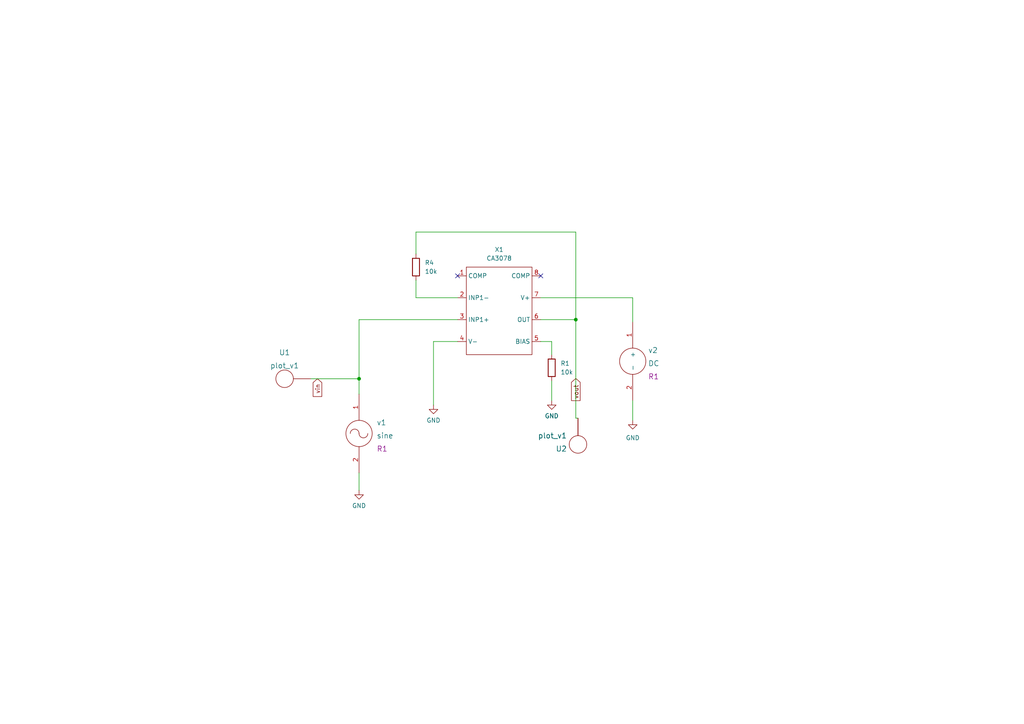
<source format=kicad_sch>
(kicad_sch (version 20211123) (generator eeschema)

  (uuid a2469f48-09f9-4a79-a4e8-8c23066a70e4)

  (paper "A4")

  (lib_symbols
    (symbol "eSim_Devices:resistor" (pin_numbers hide) (pin_names (offset 0)) (in_bom yes) (on_board yes)
      (property "Reference" "R" (id 0) (at 1.27 3.302 0)
        (effects (font (size 1.27 1.27)))
      )
      (property "Value" "resistor" (id 1) (at 1.27 -1.27 0)
        (effects (font (size 1.27 1.27)))
      )
      (property "Footprint" "" (id 2) (at 1.27 -0.508 0)
        (effects (font (size 0.762 0.762)))
      )
      (property "Datasheet" "" (id 3) (at 1.27 1.27 90)
        (effects (font (size 0.762 0.762)))
      )
      (property "ki_fp_filters" "R_* Resistor_*" (id 4) (at 0 0 0)
        (effects (font (size 1.27 1.27)) hide)
      )
      (symbol "resistor_0_1"
        (rectangle (start 3.81 0.254) (end -1.27 2.286)
          (stroke (width 0.254) (type default) (color 0 0 0 0))
          (fill (type none))
        )
      )
      (symbol "resistor_1_1"
        (pin passive line (at -2.54 1.27 0) (length 1.27)
          (name "~" (effects (font (size 1.524 1.524))))
          (number "1" (effects (font (size 1.524 1.524))))
        )
        (pin passive line (at 5.08 1.27 180) (length 1.27)
          (name "~" (effects (font (size 1.524 1.524))))
          (number "2" (effects (font (size 1.524 1.524))))
        )
      )
    )
    (symbol "eSim_Plot:plot_v1" (pin_names (offset 1.016)) (in_bom yes) (on_board yes)
      (property "Reference" "U" (id 0) (at 0 12.7 0)
        (effects (font (size 1.524 1.524)))
      )
      (property "Value" "plot_v1" (id 1) (at 5.08 8.89 0)
        (effects (font (size 1.524 1.524)))
      )
      (property "Footprint" "" (id 2) (at 0 0 0)
        (effects (font (size 1.524 1.524)))
      )
      (property "Datasheet" "" (id 3) (at 0 0 0)
        (effects (font (size 1.524 1.524)))
      )
      (symbol "plot_v1_0_1"
        (circle (center 0 12.7) (radius 2.54)
          (stroke (width 0) (type default) (color 0 0 0 0))
          (fill (type none))
        )
      )
      (symbol "plot_v1_1_1"
        (pin input line (at 0 5.08 90) (length 5.08)
          (name "~" (effects (font (size 1.27 1.27))))
          (number "~" (effects (font (size 1.27 1.27))))
        )
      )
    )
    (symbol "eSim_Power:eSim_GND" (power) (pin_names (offset 0)) (in_bom yes) (on_board yes)
      (property "Reference" "#PWR" (id 0) (at 0 -6.35 0)
        (effects (font (size 1.27 1.27)) hide)
      )
      (property "Value" "eSim_GND" (id 1) (at 0 -3.81 0)
        (effects (font (size 1.27 1.27)))
      )
      (property "Footprint" "" (id 2) (at 0 0 0)
        (effects (font (size 1.27 1.27)) hide)
      )
      (property "Datasheet" "" (id 3) (at 0 0 0)
        (effects (font (size 1.27 1.27)) hide)
      )
      (symbol "eSim_GND_0_1"
        (polyline
          (pts
            (xy 0 0)
            (xy 0 -1.27)
            (xy 1.27 -1.27)
            (xy 0 -2.54)
            (xy -1.27 -1.27)
            (xy 0 -1.27)
          )
          (stroke (width 0) (type default) (color 0 0 0 0))
          (fill (type none))
        )
      )
      (symbol "eSim_GND_1_1"
        (pin power_in line (at 0 0 270) (length 0) hide
          (name "GND" (effects (font (size 1.27 1.27))))
          (number "1" (effects (font (size 1.27 1.27))))
        )
      )
    )
    (symbol "eSim_Sources:DC" (pin_names (offset 1.016)) (in_bom yes) (on_board yes)
      (property "Reference" "v" (id 0) (at -5.08 2.54 0)
        (effects (font (size 1.524 1.524)))
      )
      (property "Value" "DC" (id 1) (at -5.08 -1.27 0)
        (effects (font (size 1.524 1.524)))
      )
      (property "Footprint" "R1" (id 2) (at -7.62 0 0)
        (effects (font (size 1.524 1.524)))
      )
      (property "Datasheet" "" (id 3) (at 0 0 0)
        (effects (font (size 1.524 1.524)))
      )
      (property "ki_fp_filters" "1_pin" (id 4) (at 0 0 0)
        (effects (font (size 1.27 1.27)) hide)
      )
      (symbol "DC_0_1"
        (circle (center 0 0) (radius 3.81)
          (stroke (width 0) (type default) (color 0 0 0 0))
          (fill (type none))
        )
      )
      (symbol "DC_1_1"
        (pin power_out line (at 0 11.43 270) (length 7.62)
          (name "+" (effects (font (size 1.27 1.27))))
          (number "1" (effects (font (size 1.27 1.27))))
        )
        (pin power_out line (at 0 -11.43 90) (length 7.62)
          (name "-" (effects (font (size 1.27 1.27))))
          (number "2" (effects (font (size 1.27 1.27))))
        )
      )
    )
    (symbol "eSim_Sources:sine" (pin_names (offset 1.016)) (in_bom yes) (on_board yes)
      (property "Reference" "v" (id 0) (at -5.08 2.54 0)
        (effects (font (size 1.524 1.524)))
      )
      (property "Value" "sine" (id 1) (at -5.08 -1.27 0)
        (effects (font (size 1.524 1.524)))
      )
      (property "Footprint" "R1" (id 2) (at -7.62 0 0)
        (effects (font (size 1.524 1.524)))
      )
      (property "Datasheet" "" (id 3) (at 0 0 0)
        (effects (font (size 1.524 1.524)))
      )
      (property "ki_fp_filters" "1_pin" (id 4) (at 0 0 0)
        (effects (font (size 1.27 1.27)) hide)
      )
      (symbol "sine_0_1"
        (arc (start 0 0) (mid -1.27 1.27) (end -2.54 0)
          (stroke (width 0) (type default) (color 0 0 0 0))
          (fill (type none))
        )
        (arc (start 0 0) (mid 1.27 -1.27) (end 2.54 0)
          (stroke (width 0) (type default) (color 0 0 0 0))
          (fill (type none))
        )
        (circle (center 0 0) (radius 3.81)
          (stroke (width 0) (type default) (color 0 0 0 0))
          (fill (type none))
        )
      )
      (symbol "sine_1_1"
        (pin input line (at 0 11.43 270) (length 7.62)
          (name "+" (effects (font (size 0 0))))
          (number "1" (effects (font (size 1.27 1.27))))
        )
        (pin input line (at 0 -11.43 90) (length 7.62)
          (name "-" (effects (font (size 0 0))))
          (number "2" (effects (font (size 1.27 1.27))))
        )
      )
    )
    (symbol "eSim_Subckt:CA3078" (in_bom yes) (on_board yes)
      (property "Reference" "X" (id 0) (at 0 -3.175 0)
        (effects (font (size 1.27 1.27)))
      )
      (property "Value" "CA3078" (id 1) (at 0 0 0)
        (effects (font (size 1.27 1.27)))
      )
      (property "Footprint" "" (id 2) (at 0 0 0)
        (effects (font (size 1.27 1.27)) hide)
      )
      (property "Datasheet" "" (id 3) (at 0 0 0)
        (effects (font (size 1.27 1.27)) hide)
      )
      (symbol "CA3078_0_1"
        (rectangle (start -9.525 5.715) (end 9.525 -19.685)
          (stroke (width 0) (type default) (color 0 0 0 0))
          (fill (type none))
        )
      )
      (symbol "CA3078_1_1"
        (pin passive line (at -12.065 3.175 0) (length 2.54)
          (name "COMP" (effects (font (size 1.27 1.27))))
          (number "1" (effects (font (size 1.27 1.27))))
        )
        (pin passive line (at -12.065 -3.175 0) (length 2.54)
          (name "INP1-" (effects (font (size 1.27 1.27))))
          (number "2" (effects (font (size 1.27 1.27))))
        )
        (pin passive line (at -12.065 -9.525 0) (length 2.54)
          (name "INP1+" (effects (font (size 1.27 1.27))))
          (number "3" (effects (font (size 1.27 1.27))))
        )
        (pin power_in line (at -12.065 -15.875 0) (length 2.54)
          (name "V-" (effects (font (size 1.27 1.27))))
          (number "4" (effects (font (size 1.27 1.27))))
        )
        (pin passive line (at 12.065 -15.875 180) (length 2.54)
          (name "BIAS" (effects (font (size 1.27 1.27))))
          (number "5" (effects (font (size 1.27 1.27))))
        )
        (pin passive line (at 12.065 -9.525 180) (length 2.54)
          (name "OUT" (effects (font (size 1.27 1.27))))
          (number "6" (effects (font (size 1.27 1.27))))
        )
        (pin power_in line (at 12.065 -3.175 180) (length 2.54)
          (name "V+" (effects (font (size 1.27 1.27))))
          (number "7" (effects (font (size 1.27 1.27))))
        )
        (pin passive line (at 12.065 3.175 180) (length 2.54)
          (name "COMP" (effects (font (size 1.27 1.27))))
          (number "8" (effects (font (size 1.27 1.27))))
        )
      )
    )
  )

  (junction (at 104.14 109.855) (diameter 0) (color 0 0 0 0)
    (uuid 1581fd03-4954-491f-8c23-9b0cf603285b)
  )
  (junction (at 167.005 92.71) (diameter 0) (color 0 0 0 0)
    (uuid 5f48c932-8dbb-4d65-8e1c-97d866aafe2d)
  )

  (no_connect (at 132.715 80.01) (uuid 57ab2d06-7a35-4e97-9075-509d07aa6a0d))
  (no_connect (at 156.845 80.01) (uuid e23f02c2-d79c-4b28-8fe5-a37539425272))

  (wire (pts (xy 120.65 67.31) (xy 120.65 73.66))
    (stroke (width 0) (type default) (color 0 0 0 0))
    (uuid 032dcf9f-ab2b-4d50-8a7f-d4400b31a4c6)
  )
  (wire (pts (xy 183.515 86.36) (xy 183.515 93.345))
    (stroke (width 0) (type default) (color 0 0 0 0))
    (uuid 0cc4e131-a23a-4232-8bce-40ec0c5d1c86)
  )
  (wire (pts (xy 104.14 109.855) (xy 104.14 114.3))
    (stroke (width 0) (type default) (color 0 0 0 0))
    (uuid 376aeec1-fe46-4ec2-a7c2-5048edc5e597)
  )
  (wire (pts (xy 125.73 99.06) (xy 125.73 117.475))
    (stroke (width 0) (type default) (color 0 0 0 0))
    (uuid 38fed5ae-f6cd-4055-8b42-7e7dabb8e701)
  )
  (wire (pts (xy 167.005 121.285) (xy 167.64 121.285))
    (stroke (width 0) (type default) (color 0 0 0 0))
    (uuid 4935a39c-1e3b-4a4d-91dc-e254751262fc)
  )
  (wire (pts (xy 90.17 109.855) (xy 104.14 109.855))
    (stroke (width 0) (type default) (color 0 0 0 0))
    (uuid 4e389dc4-80c4-4374-a54f-c6b1455ab7d7)
  )
  (wire (pts (xy 104.14 92.71) (xy 132.715 92.71))
    (stroke (width 0) (type default) (color 0 0 0 0))
    (uuid 53ed5637-ae4e-4398-a466-8c5395ed7fe6)
  )
  (wire (pts (xy 167.005 92.71) (xy 156.845 92.71))
    (stroke (width 0) (type default) (color 0 0 0 0))
    (uuid 5fe7c3d2-f791-4e55-92fb-fe5ffa83e5af)
  )
  (wire (pts (xy 160.02 99.06) (xy 156.845 99.06))
    (stroke (width 0) (type default) (color 0 0 0 0))
    (uuid 665342c7-6f87-4d08-9619-04f7e6948a9b)
  )
  (wire (pts (xy 160.02 110.49) (xy 160.02 116.205))
    (stroke (width 0) (type default) (color 0 0 0 0))
    (uuid 75aec56d-2827-4d03-be47-02416cdc447d)
  )
  (wire (pts (xy 156.845 86.36) (xy 183.515 86.36))
    (stroke (width 0) (type default) (color 0 0 0 0))
    (uuid 7967df37-e09a-4218-85a2-b3e20bcb3f39)
  )
  (wire (pts (xy 120.65 81.28) (xy 120.65 86.36))
    (stroke (width 0) (type default) (color 0 0 0 0))
    (uuid 8fdae9cf-2e82-4b35-9ee4-49cd4da50c62)
  )
  (wire (pts (xy 120.65 86.36) (xy 132.715 86.36))
    (stroke (width 0) (type default) (color 0 0 0 0))
    (uuid 96b8a407-c414-4515-ad0a-00ad18340b5c)
  )
  (wire (pts (xy 167.005 92.71) (xy 167.005 121.285))
    (stroke (width 0) (type default) (color 0 0 0 0))
    (uuid 9b25b3a8-26f0-4c0b-bdde-d9d9a5bd20e8)
  )
  (wire (pts (xy 120.65 67.31) (xy 167.005 67.31))
    (stroke (width 0) (type default) (color 0 0 0 0))
    (uuid 9fed4e86-f4f8-4d34-95ca-cfc45f747bfc)
  )
  (wire (pts (xy 160.02 102.87) (xy 160.02 99.06))
    (stroke (width 0) (type default) (color 0 0 0 0))
    (uuid a3052170-422c-4c45-bb95-52be31e81773)
  )
  (wire (pts (xy 125.73 99.06) (xy 132.715 99.06))
    (stroke (width 0) (type default) (color 0 0 0 0))
    (uuid b8fccf00-0070-4b8e-961f-fcad545c19a2)
  )
  (wire (pts (xy 104.14 92.71) (xy 104.14 109.855))
    (stroke (width 0) (type default) (color 0 0 0 0))
    (uuid d466f133-2805-4ffb-8009-4dc345e2f6b6)
  )
  (wire (pts (xy 167.005 67.31) (xy 167.005 92.71))
    (stroke (width 0) (type default) (color 0 0 0 0))
    (uuid d7c1a625-5d17-4086-a721-cfb7f780a775)
  )
  (wire (pts (xy 183.515 116.205) (xy 183.515 121.92))
    (stroke (width 0) (type default) (color 0 0 0 0))
    (uuid db398355-fd8c-40f9-9b6e-e22c59ee9543)
  )
  (wire (pts (xy 104.14 137.16) (xy 104.14 142.24))
    (stroke (width 0) (type default) (color 0 0 0 0))
    (uuid f71d18ae-639a-470e-8687-1a47c2c67a4c)
  )

  (global_label "vout" (shape output) (at 167.005 116.205 90) (fields_autoplaced)
    (effects (font (size 1.27 1.27)) (justify left))
    (uuid 7a1de8f9-e926-4cf4-9f4c-6d4cc0649ff8)
    (property "Intersheet References" "${INTERSHEET_REFS}" (id 0) (at 167.0844 109.8005 90)
      (effects (font (size 1.27 1.27)) (justify left) hide)
    )
  )
  (global_label "vin" (shape input) (at 92.075 109.855 270) (fields_autoplaced)
    (effects (font (size 1.27 1.27)) (justify right))
    (uuid f0e526bb-57e9-4a64-b3b9-f253c0e7328f)
    (property "Intersheet References" "${INTERSHEET_REFS}" (id 0) (at 92.1544 114.9895 90)
      (effects (font (size 1.27 1.27)) (justify right) hide)
    )
  )

  (symbol (lib_id "eSim_Plot:plot_v1") (at 95.25 109.855 90) (unit 1)
    (in_bom yes) (on_board yes) (fields_autoplaced)
    (uuid 32030b99-5fe7-4ffa-bcea-0b751eb04c8f)
    (property "Reference" "U1" (id 0) (at 82.55 102.235 90)
      (effects (font (size 1.524 1.524)))
    )
    (property "Value" "plot_v1" (id 1) (at 82.55 106.045 90)
      (effects (font (size 1.524 1.524)))
    )
    (property "Footprint" "" (id 2) (at 95.25 109.855 0)
      (effects (font (size 1.524 1.524)))
    )
    (property "Datasheet" "" (id 3) (at 95.25 109.855 0)
      (effects (font (size 1.524 1.524)))
    )
    (pin "~" (uuid 00a92b28-cf00-461d-9c03-c0c09734a99e))
  )

  (symbol (lib_id "eSim_Sources:sine") (at 104.14 125.73 0) (unit 1)
    (in_bom yes) (on_board yes) (fields_autoplaced)
    (uuid 33efefab-a96e-424c-807e-d8129077a5a7)
    (property "Reference" "v1" (id 0) (at 109.22 122.555 0)
      (effects (font (size 1.524 1.524)) (justify left))
    )
    (property "Value" "sine" (id 1) (at 109.22 126.365 0)
      (effects (font (size 1.524 1.524)) (justify left))
    )
    (property "Footprint" "R1" (id 2) (at 109.22 130.175 0)
      (effects (font (size 1.524 1.524)) (justify left))
    )
    (property "Datasheet" "" (id 3) (at 104.14 125.73 0)
      (effects (font (size 1.524 1.524)))
    )
    (property "Spice_Primitive" "V" (id 4) (at 104.14 125.73 0)
      (effects (font (size 1.27 1.27)) hide)
    )
    (property "Spice_Model" "sin(2.5 1 1k)" (id 5) (at 104.14 125.73 0)
      (effects (font (size 1.27 1.27)) hide)
    )
    (property "Spice_Netlist_Enabled" "Y" (id 6) (at 104.14 125.73 0)
      (effects (font (size 1.27 1.27)) hide)
    )
    (pin "1" (uuid c6cd6fe4-ee63-47a7-82c4-a985d69e99c6))
    (pin "2" (uuid c3dabc2f-14bf-4118-8e74-197455963cab))
  )

  (symbol (lib_id "eSim_Power:eSim_GND") (at 125.73 117.475 0) (unit 1)
    (in_bom yes) (on_board yes) (fields_autoplaced)
    (uuid 3d0d33a8-dfa4-4618-abc0-7372b572026a)
    (property "Reference" "#PWR02" (id 0) (at 125.73 123.825 0)
      (effects (font (size 1.27 1.27)) hide)
    )
    (property "Value" "eSim_GND" (id 1) (at 125.73 121.92 0))
    (property "Footprint" "" (id 2) (at 125.73 117.475 0)
      (effects (font (size 1.27 1.27)) hide)
    )
    (property "Datasheet" "" (id 3) (at 125.73 117.475 0)
      (effects (font (size 1.27 1.27)) hide)
    )
    (pin "1" (uuid dfdeb57f-bad6-4f44-b780-e6b661a0aba6))
  )

  (symbol (lib_id "eSim_Plot:plot_v1") (at 167.64 116.205 180) (unit 1)
    (in_bom yes) (on_board yes) (fields_autoplaced)
    (uuid 43a35930-168b-46c9-9d0f-3e5ad7d79282)
    (property "Reference" "U2" (id 0) (at 164.465 130.175 0)
      (effects (font (size 1.524 1.524)) (justify left))
    )
    (property "Value" "plot_v1" (id 1) (at 164.465 126.365 0)
      (effects (font (size 1.524 1.524)) (justify left))
    )
    (property "Footprint" "" (id 2) (at 167.64 116.205 0)
      (effects (font (size 1.524 1.524)))
    )
    (property "Datasheet" "" (id 3) (at 167.64 116.205 0)
      (effects (font (size 1.524 1.524)))
    )
    (pin "~" (uuid 14182721-d60e-40e5-b653-5213e140ca68))
  )

  (symbol (lib_id "eSim_Devices:resistor") (at 161.29 107.95 90) (unit 1)
    (in_bom yes) (on_board yes) (fields_autoplaced)
    (uuid 61db9e24-d9fc-4b59-85a5-e10b8744b114)
    (property "Reference" "R1" (id 0) (at 162.56 105.4099 90)
      (effects (font (size 1.27 1.27)) (justify right))
    )
    (property "Value" "10k" (id 1) (at 162.56 107.9499 90)
      (effects (font (size 1.27 1.27)) (justify right))
    )
    (property "Footprint" "" (id 2) (at 161.798 106.68 0)
      (effects (font (size 0.762 0.762)))
    )
    (property "Datasheet" "" (id 3) (at 160.02 106.68 90)
      (effects (font (size 0.762 0.762)))
    )
    (pin "1" (uuid 7509944e-2e12-4e9a-bd02-e506a5a1e833))
    (pin "2" (uuid 9069efff-6b6d-4017-b91f-abd0421f434f))
  )

  (symbol (lib_id "eSim_Power:eSim_GND") (at 160.02 116.205 0) (unit 1)
    (in_bom yes) (on_board yes) (fields_autoplaced)
    (uuid 68b59c61-a9ea-41ab-9413-606c10a54fb2)
    (property "Reference" "#PWR04" (id 0) (at 160.02 122.555 0)
      (effects (font (size 1.27 1.27)) hide)
    )
    (property "Value" "eSim_GND" (id 1) (at 160.02 120.65 0))
    (property "Footprint" "" (id 2) (at 160.02 116.205 0)
      (effects (font (size 1.27 1.27)) hide)
    )
    (property "Datasheet" "" (id 3) (at 160.02 116.205 0)
      (effects (font (size 1.27 1.27)) hide)
    )
    (pin "1" (uuid 5fefb31b-2c80-424c-8b56-298f431d6cd4))
  )

  (symbol (lib_id "eSim_Devices:resistor") (at 121.92 78.74 90) (unit 1)
    (in_bom yes) (on_board yes) (fields_autoplaced)
    (uuid 82d2c2b2-e102-45b9-acc8-e958793a3bc8)
    (property "Reference" "R4" (id 0) (at 123.19 76.1999 90)
      (effects (font (size 1.27 1.27)) (justify right))
    )
    (property "Value" "10k" (id 1) (at 123.19 78.7399 90)
      (effects (font (size 1.27 1.27)) (justify right))
    )
    (property "Footprint" "" (id 2) (at 122.428 77.47 0)
      (effects (font (size 0.762 0.762)))
    )
    (property "Datasheet" "" (id 3) (at 120.65 77.47 90)
      (effects (font (size 0.762 0.762)))
    )
    (pin "1" (uuid 2c8bb3ed-e93a-4f8f-98c0-4a67894a3334))
    (pin "2" (uuid 64695f8b-3418-400e-87c0-46bcb8de0a83))
  )

  (symbol (lib_id "eSim_Power:eSim_GND") (at 183.515 121.92 0) (unit 1)
    (in_bom yes) (on_board yes) (fields_autoplaced)
    (uuid 9bfe9e44-171e-4590-9740-abc2f92d117d)
    (property "Reference" "#PWR03" (id 0) (at 183.515 128.27 0)
      (effects (font (size 1.27 1.27)) hide)
    )
    (property "Value" "eSim_GND" (id 1) (at 183.515 127 0))
    (property "Footprint" "" (id 2) (at 183.515 121.92 0)
      (effects (font (size 1.27 1.27)) hide)
    )
    (property "Datasheet" "" (id 3) (at 183.515 121.92 0)
      (effects (font (size 1.27 1.27)) hide)
    )
    (pin "1" (uuid b7d814d4-ad52-4901-8968-65140f5edb87))
  )

  (symbol (lib_id "eSim_Sources:DC") (at 183.515 104.775 0) (unit 1)
    (in_bom yes) (on_board yes) (fields_autoplaced)
    (uuid d1dd0a1f-13c2-4d4d-bb36-9d2d05bfb119)
    (property "Reference" "v2" (id 0) (at 187.96 101.6 0)
      (effects (font (size 1.524 1.524)) (justify left))
    )
    (property "Value" "DC" (id 1) (at 187.96 105.41 0)
      (effects (font (size 1.524 1.524)) (justify left))
    )
    (property "Footprint" "R1" (id 2) (at 187.96 109.22 0)
      (effects (font (size 1.524 1.524)) (justify left))
    )
    (property "Datasheet" "" (id 3) (at 183.515 104.775 0)
      (effects (font (size 1.524 1.524)))
    )
    (pin "1" (uuid 55cf6363-6098-4f8a-aed7-313d86bff518))
    (pin "2" (uuid 913c82fc-45dc-435c-aa54-075bb9b859ab))
  )

  (symbol (lib_id "eSim_Subckt:CA3078") (at 144.78 83.185 0) (unit 1)
    (in_bom yes) (on_board yes) (fields_autoplaced)
    (uuid d61c08dc-402b-4523-8ada-f43e10577786)
    (property "Reference" "X1" (id 0) (at 144.78 72.39 0))
    (property "Value" "CA3078" (id 1) (at 144.78 74.93 0))
    (property "Footprint" "" (id 2) (at 144.78 83.185 0)
      (effects (font (size 1.27 1.27)) hide)
    )
    (property "Datasheet" "" (id 3) (at 144.78 83.185 0)
      (effects (font (size 1.27 1.27)) hide)
    )
    (pin "1" (uuid 79abaca0-0e71-49b0-91db-4c3207f63b5c))
    (pin "2" (uuid b0453b8a-368b-468c-8cd1-3c7f90599406))
    (pin "3" (uuid 5fe60e26-4087-4978-99c5-f3b683b94f87))
    (pin "4" (uuid d91c76d4-144b-487e-8fbd-11667f876f9c))
    (pin "5" (uuid cd8642ea-b323-4031-a9ad-3a1f7641c111))
    (pin "6" (uuid f8fadab5-ec57-46e1-90ac-7ff0c617feb1))
    (pin "7" (uuid 9a78c204-4d3f-4574-b5f4-636d015de65b))
    (pin "8" (uuid 24b81b9d-bea3-4506-aec6-8a2da67f5e28))
  )

  (symbol (lib_id "eSim_Power:eSim_GND") (at 104.14 142.24 0) (unit 1)
    (in_bom yes) (on_board yes) (fields_autoplaced)
    (uuid e52dc722-3d1a-4bcb-8275-939e1ae326fa)
    (property "Reference" "#PWR01" (id 0) (at 104.14 148.59 0)
      (effects (font (size 1.27 1.27)) hide)
    )
    (property "Value" "eSim_GND" (id 1) (at 104.14 146.685 0))
    (property "Footprint" "" (id 2) (at 104.14 142.24 0)
      (effects (font (size 1.27 1.27)) hide)
    )
    (property "Datasheet" "" (id 3) (at 104.14 142.24 0)
      (effects (font (size 1.27 1.27)) hide)
    )
    (pin "1" (uuid da7a5c19-9b48-48e7-b668-8e10cac1fa38))
  )

  (sheet_instances
    (path "/" (page "1"))
  )

  (symbol_instances
    (path "/e52dc722-3d1a-4bcb-8275-939e1ae326fa"
      (reference "#PWR01") (unit 1) (value "eSim_GND") (footprint "")
    )
    (path "/3d0d33a8-dfa4-4618-abc0-7372b572026a"
      (reference "#PWR02") (unit 1) (value "eSim_GND") (footprint "")
    )
    (path "/9bfe9e44-171e-4590-9740-abc2f92d117d"
      (reference "#PWR03") (unit 1) (value "eSim_GND") (footprint "")
    )
    (path "/68b59c61-a9ea-41ab-9413-606c10a54fb2"
      (reference "#PWR04") (unit 1) (value "eSim_GND") (footprint "")
    )
    (path "/61db9e24-d9fc-4b59-85a5-e10b8744b114"
      (reference "R1") (unit 1) (value "10k") (footprint "")
    )
    (path "/82d2c2b2-e102-45b9-acc8-e958793a3bc8"
      (reference "R4") (unit 1) (value "10k") (footprint "")
    )
    (path "/32030b99-5fe7-4ffa-bcea-0b751eb04c8f"
      (reference "U1") (unit 1) (value "plot_v1") (footprint "")
    )
    (path "/43a35930-168b-46c9-9d0f-3e5ad7d79282"
      (reference "U2") (unit 1) (value "plot_v1") (footprint "")
    )
    (path "/d61c08dc-402b-4523-8ada-f43e10577786"
      (reference "X1") (unit 1) (value "CA3078") (footprint "")
    )
    (path "/33efefab-a96e-424c-807e-d8129077a5a7"
      (reference "v1") (unit 1) (value "sine") (footprint "R1")
    )
    (path "/d1dd0a1f-13c2-4d4d-bb36-9d2d05bfb119"
      (reference "v2") (unit 1) (value "DC") (footprint "R1")
    )
  )
)

</source>
